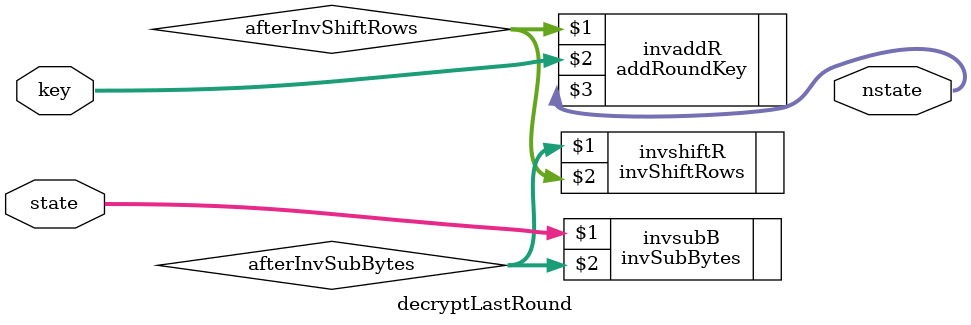
<source format=v>
module decryptLastRound(input [0:127] state, input [0:127] key, output [0:127] nstate);

wire[0:127] afterInvSubBytes, afterInvShiftRows;

invSubBytes invsubB(state, afterInvSubBytes);
invShiftRows invshiftR(afterInvSubBytes, afterInvShiftRows);
addRoundKey invaddR(afterInvShiftRows, key, nstate);

endmodule
</source>
